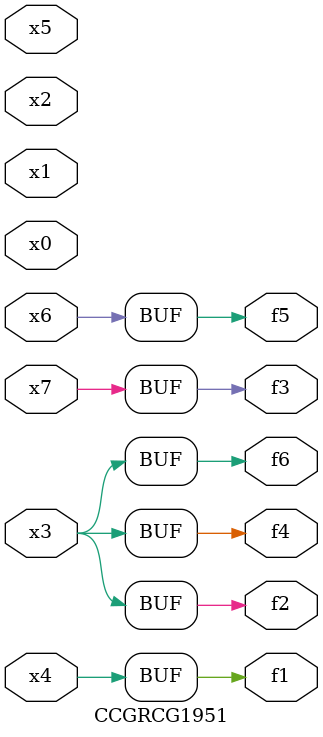
<source format=v>
module CCGRCG1951(
	input x0, x1, x2, x3, x4, x5, x6, x7,
	output f1, f2, f3, f4, f5, f6
);
	assign f1 = x4;
	assign f2 = x3;
	assign f3 = x7;
	assign f4 = x3;
	assign f5 = x6;
	assign f6 = x3;
endmodule

</source>
